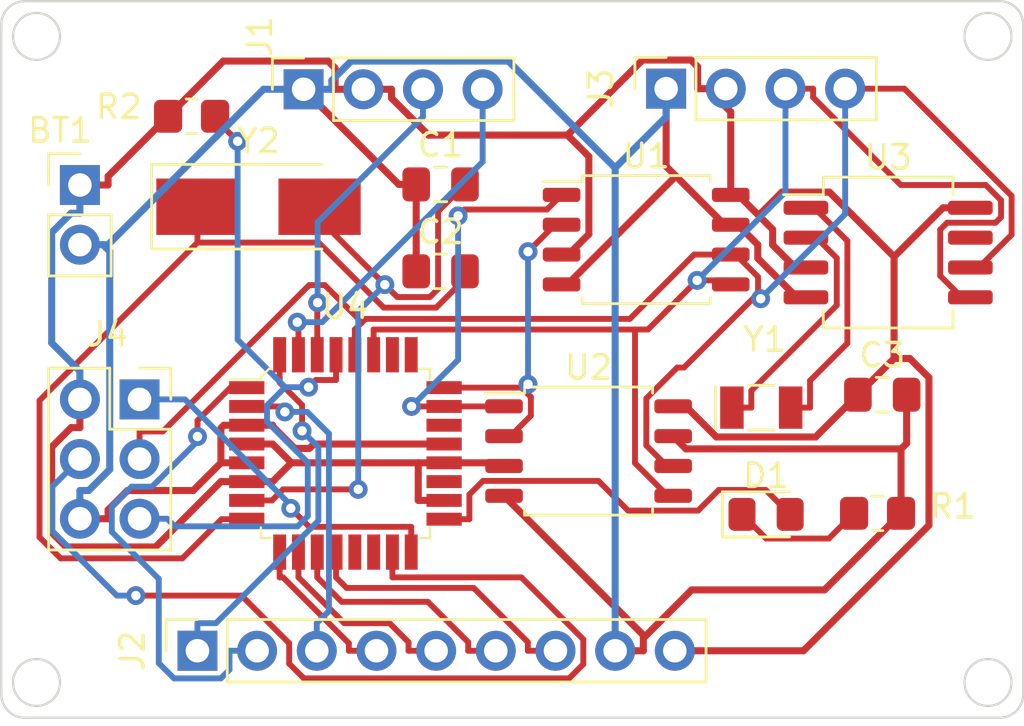
<source format=kicad_pcb>
(kicad_pcb (version 20211014) (generator pcbnew)
  (title_block (title "Arduino Battery Powered Clone with Extended EEPROM and Clock") (date "2022-06-04") (rev "v1") (comment 1 "Designed by Yogesh"))
  (layers (0 "F.Cu" signal) (31 "B.Cu" signal) (34 "B.Paste" user) (35 "F.Paste" user) (36 "B.SilkS" user "B.Silkscreen") (37 "F.SilkS" user "F.Silkscreen") (38 "B.Mask" user) (39 "F.Mask" user) (44 "Edge.Cuts" user))
  (net 0 "")
  (net 1 "/Vcc")
  (net 2 "GNDPWR")
  (net 3 "Net-(U4-Pad7)")
  (net 4 "Net-(U4-Pad8)")
  (net 5 "Net-(R1-Pad1)")
  (net 6 "Net-(U4-Pad17)")
  (net 7 "/RX")
  (net 8 "/TX")
  (net 9 "/D2")
  (net 10 "/D3")
  (net 11 "/D4")
  (net 12 "/D5")
  (net 13 "/D6")
  (net 14 "/D7")
  (net 15 "/D8")
  (net 16 "/SDA")
  (net 17 "/SCK")
  (net 18 "/MISO")
  (net 19 "/MOSI")
  (net 20 "/RESET")
  (net 21 "/ADRS1")
  (net 22 "/ADRS2")
  (net 23 "Net-(U3-Pad1)")
  (net 24 "Net-(U3-Pad2)")
  (footprint "Connector_PinSocket_2.54mm:PinSocket_1x04_P2.54mm_Vertical" (layer "F.Cu") (at 83.37 103.75 90)
    (fp_text reference "J1" (at 2.25 -1.87 90) (layer "F.SilkS"))
    (fp_text value "Serial")
    (pad "1" thru_hole rect (at 0 0 90) (size 1.7 1.7) (drill 1) (layers *.Cu *.Mask) (net 2 "GNDPWR"))
    (pad "2" thru_hole oval (at 0 2.54 90) (size 1.7 1.7) (drill 1) (layers *.Cu *.Mask) (net 1 "/Vcc"))
    (pad "3" thru_hole oval (at 0 5.08 90) (size 1.7 1.7) (drill 1) (layers *.Cu *.Mask) (net 7 "/RX"))
    (pad "4" thru_hole oval (at 0 7.62 90) (size 1.7 1.7) (drill 1) (layers *.Cu *.Mask) (net 8 "/TX"))
  )
  (footprint "Capacitor_SMD:C_0805_2012Metric_Pad1.18x1.45mm_HandSolder" (layer "F.Cu") (at 89.2 107.8)
    (fp_text reference "C1" (at 0 -1.68) (layer "F.SilkS"))
    (fp_text value "22pF")
    (pad "1" smd roundrect (at -1.0375 0) (size 1.175 1.45) (layers "F.Cu" "F.Paste" "F.Mask") (roundrect_rratio 0.212766) (net 2 "GNDPWR"))
    (pad "2" smd roundrect (at 1.0375 0) (size 1.175 1.45) (layers "F.Cu" "F.Paste" "F.Mask") (roundrect_rratio 0.212766) (net 3 "Net-(U4-Pad7)"))
  )
  (footprint "Package_SO:SOIC-8_5.23x5.23mm_P1.27mm" (layer "F.Cu") (at 95.5 119.15)
    (fp_text reference "U2" (at 0 -3.56) (layer "F.SilkS"))
    (fp_text value "24LC1025")
    (pad "1" smd roundrect (at -3.6 -1.905) (size 1.6 0.6) (layers "F.Cu" "F.Paste" "F.Mask") (net 21 "/ADRS1"))
    (pad "2" smd roundrect (at -3.6 -0.635) (size 1.6 0.6) (layers "F.Cu" "F.Paste" "F.Mask") (net 22 "/ADRS2"))
    (pad "3" smd roundrect (at -3.6 0.635) (size 1.6 0.6) (layers "F.Cu" "F.Paste" "F.Mask") (net 1 "/Vcc"))
    (pad "4" smd roundrect (at -3.6 1.905) (size 1.6 0.6) (layers "F.Cu" "F.Paste" "F.Mask") (net 2 "GNDPWR"))
    (pad "5" smd roundrect (at 3.6 1.905) (size 1.6 0.6) (layers "F.Cu" "F.Paste" "F.Mask") (net 16 "/SDA"))
    (pad "6" smd roundrect (at 3.6 0.635) (size 1.6 0.6) (layers "F.Cu" "F.Paste" "F.Mask") (net 17 "/SCK"))
    (pad "7" smd roundrect (at 3.6 -0.635) (size 1.6 0.6) (layers "F.Cu" "F.Paste" "F.Mask") (net 2 "GNDPWR"))
    (pad "8" smd roundrect (at 3.6 -1.905) (size 1.6 0.6) (layers "F.Cu" "F.Paste" "F.Mask") (net 1 "/Vcc"))
  )
  (footprint "Crystal:Crystal_SMD_5032-2Pin_5.0x3.2mm_HandSoldering" (layer "F.Cu") (at 81.45 108.75)
    (fp_text reference "Y2" (at 0 -2.8) (layer "F.SilkS"))
    (fp_text value "Crystal 16MHz")
    (pad "1" smd rect (at -2.6 0) (size 3.5 2.4) (layers "F.Cu" "F.Paste" "F.Mask") (net 4 "Net-(U4-Pad8)"))
    (pad "2" smd rect (at 2.6 0) (size 3.5 2.4) (layers "F.Cu" "F.Paste" "F.Mask") (net 3 "Net-(U4-Pad7)"))
  )
  (footprint "Package_SO:SO-8_5.3x6.2mm_P1.27mm" (layer "F.Cu") (at 108.25 110.7)
    (fp_text reference "U3" (at 0 -4.05) (layer "F.SilkS"))
    (fp_text value "DS1337")
    (pad "1" smd roundrect (at -3.5 -1.905) (size 1.9 0.6) (layers "F.Cu" "F.Paste" "F.Mask") (net 23 "Net-(U3-Pad1)"))
    (pad "2" smd roundrect (at -3.5 -0.635) (size 1.9 0.6) (layers "F.Cu" "F.Paste" "F.Mask") (net 24 "Net-(U3-Pad2)"))
    (pad "3" smd roundrect (at -3.5 0.635) (size 1.9 0.6) (layers "F.Cu" "F.Paste" "F.Mask") (net 1 "/Vcc"))
    (pad "4" smd roundrect (at -3.5 1.905) (size 1.9 0.6) (layers "F.Cu" "F.Paste" "F.Mask") (net 2 "GNDPWR"))
    (pad "5" smd roundrect (at 3.5 1.905) (size 1.9 0.6) (layers "F.Cu" "F.Paste" "F.Mask") (net 16 "/SDA"))
    (pad "6" smd roundrect (at 3.5 0.635) (size 1.9 0.6) (layers "F.Cu" "F.Paste" "F.Mask") (net 17 "/SCK"))
    (pad "7" smd roundrect (at 3.5 -0.635) (size 1.9 0.6) (layers "F.Cu" "F.Paste" "F.Mask"))
    (pad "8" smd roundrect (at 3.5 -1.905) (size 1.9 0.6) (layers "F.Cu" "F.Paste" "F.Mask") (net 1 "/Vcc"))
  )
  (footprint "Connector_PinSocket_2.54mm:PinSocket_2x03_P2.54mm_Vertical" (layer "F.Cu") (at 76.3869 116.95)
    (fp_text reference "J4" (at -1.35 -2.77) (layer "F.SilkS"))
    (fp_text value "ICSP")
    (pad "1" thru_hole rect (at 0 0) (size 1.7 1.7) (drill 1) (layers *.Cu *.Mask) (net 18 "/MISO"))
    (pad "2" thru_hole oval (at -2.54 0) (size 1.7 1.7) (drill 1) (layers *.Cu *.Mask) (net 1 "/Vcc"))
    (pad "3" thru_hole oval (at 0 2.54) (size 1.7 1.7) (drill 1) (layers *.Cu *.Mask) (net 17 "/SCK"))
    (pad "4" thru_hole oval (at -2.54 2.54) (size 1.7 1.7) (drill 1) (layers *.Cu *.Mask) (net 19 "/MOSI"))
    (pad "5" thru_hole oval (at 0 5.08) (size 1.7 1.7) (drill 1) (layers *.Cu *.Mask) (net 20 "/RESET"))
    (pad "6" thru_hole oval (at -2.54 5.08) (size 1.7 1.7) (drill 1) (layers *.Cu *.Mask) (net 2 "GNDPWR"))
  )
  (footprint "Capacitor_SMD:C_0805_2012Metric_Pad1.18x1.45mm_HandSolder" (layer "F.Cu") (at 89.2 111.5)
    (fp_text reference "C2" (at 0 -1.68) (layer "F.SilkS"))
    (fp_text value "22pF")
    (pad "1" smd roundrect (at -1.0375 0) (size 1.175 1.45) (layers "F.Cu" "F.Paste" "F.Mask") (roundrect_rratio 0.212766) (net 2 "GNDPWR"))
    (pad "2" smd roundrect (at 1.0375 0) (size 1.175 1.45) (layers "F.Cu" "F.Paste" "F.Mask") (roundrect_rratio 0.212766) (net 4 "Net-(U4-Pad8)"))
  )
  (footprint "Package_SO:SOIC-8_5.23x5.23mm_P1.27mm" (layer "F.Cu") (at 97.95 110.15)
    (fp_text reference "U1" (at 0 -3.56) (layer "F.SilkS"))
    (fp_text value "24LC1025")
    (pad "1" smd roundrect (at -3.6 -1.905) (size 1.6 0.6) (layers "F.Cu" "F.Paste" "F.Mask") (net 21 "/ADRS1"))
    (pad "2" smd roundrect (at -3.6 -0.635) (size 1.6 0.6) (layers "F.Cu" "F.Paste" "F.Mask") (net 22 "/ADRS2"))
    (pad "3" smd roundrect (at -3.6 0.635) (size 1.6 0.6) (layers "F.Cu" "F.Paste" "F.Mask") (net 1 "/Vcc"))
    (pad "4" smd roundrect (at -3.6 1.905) (size 1.6 0.6) (layers "F.Cu" "F.Paste" "F.Mask") (net 2 "GNDPWR"))
    (pad "5" smd roundrect (at 3.6 1.905) (size 1.6 0.6) (layers "F.Cu" "F.Paste" "F.Mask") (net 16 "/SDA"))
    (pad "6" smd roundrect (at 3.6 0.635) (size 1.6 0.6) (layers "F.Cu" "F.Paste" "F.Mask") (net 17 "/SCK"))
    (pad "7" smd roundrect (at 3.6 -0.635) (size 1.6 0.6) (layers "F.Cu" "F.Paste" "F.Mask") (net 2 "GNDPWR"))
    (pad "8" smd roundrect (at 3.6 -1.905) (size 1.6 0.6) (layers "F.Cu" "F.Paste" "F.Mask") (net 1 "/Vcc"))
  )
  (footprint "LED_SMD:LED_0805_2012Metric_Pad1.15x1.40mm_HandSolder" (layer "F.Cu") (at 103.055 121.845)
    (fp_text reference "D1" (at 0 -1.65) (layer "F.SilkS"))
    (fp_text value "LED")
    (pad "1" smd roundrect (at -1.025 0) (size 1.15 1.4) (layers "F.Cu" "F.Paste" "F.Mask") (roundrect_rratio 0.217391) (net 5 "Net-(R1-Pad1)"))
    (pad "2" smd roundrect (at 1.025 0) (size 1.15 1.4) (layers "F.Cu" "F.Paste" "F.Mask") (roundrect_rratio 0.217391) (net 6 "Net-(U4-Pad17)"))
  )
  (footprint "Connector_PinHeader_2.54mm:PinHeader_1x02_P2.54mm_Vertical" (layer "F.Cu") (at 73.8469 107.825)
    (fp_text reference "BT1" (at -0.8469 -2.325) (layer "F.SilkS"))
    (fp_text value "Battery 3V")
    (pad "1" thru_hole rect (at 0 0) (size 1.7 1.7) (drill 1) (layers *.Cu *.Mask) (net 1 "/Vcc"))
    (pad "2" thru_hole oval (at 0 2.54) (size 1.7 1.7) (drill 1) (layers *.Cu *.Mask) (net 2 "GNDPWR"))
  )
  (footprint "Capacitor_SMD:C_0805_2012Metric_Pad1.18x1.45mm_HandSolder" (layer "F.Cu") (at 108 116.75)
    (fp_text reference "C3" (at 0 -1.68) (layer "F.SilkS"))
    (fp_text value "10uF")
    (pad "1" smd roundrect (at -1.0375 0) (size 1.175 1.45) (layers "F.Cu" "F.Paste" "F.Mask") (roundrect_rratio 0.212766) (net 1 "/Vcc"))
    (pad "2" smd roundrect (at 1.0375 0) (size 1.175 1.45) (layers "F.Cu" "F.Paste" "F.Mask") (roundrect_rratio 0.212766) (net 2 "GNDPWR"))
  )
  (footprint "Connector_PinSocket_2.54mm:PinSocket_1x09_P2.54mm_Vertical" (layer "F.Cu") (at 78.85 127.65 90)
    (fp_text reference "J2" (at 0 -2.77 90) (layer "F.SilkS"))
    (fp_text value "Digital Pins")
    (pad "1" thru_hole rect (at 0 0 90) (size 1.7 1.7) (drill 1) (layers *.Cu *.Mask) (net 9 "/D2"))
    (pad "2" thru_hole oval (at 0 2.54 90) (size 1.7 1.7) (drill 1) (layers *.Cu *.Mask) (net 10 "/D3"))
    (pad "3" thru_hole oval (at 0 5.08 90) (size 1.7 1.7) (drill 1) (layers *.Cu *.Mask) (net 11 "/D4"))
    (pad "4" thru_hole oval (at 0 7.62 90) (size 1.7 1.7) (drill 1) (layers *.Cu *.Mask) (net 12 "/D5"))
    (pad "5" thru_hole oval (at 0 10.16 90) (size 1.7 1.7) (drill 1) (layers *.Cu *.Mask) (net 13 "/D6"))
    (pad "6" thru_hole oval (at 0 12.7 90) (size 1.7 1.7) (drill 1) (layers *.Cu *.Mask) (net 14 "/D7"))
    (pad "7" thru_hole oval (at 0 15.24 90) (size 1.7 1.7) (drill 1) (layers *.Cu *.Mask) (net 15 "/D8"))
    (pad "8" thru_hole oval (at 0 17.78 90) (size 1.7 1.7) (drill 1) (layers *.Cu *.Mask) (net 2 "GNDPWR"))
    (pad "9" thru_hole oval (at 0 20.32 90) (size 1.7 1.7) (drill 1) (layers *.Cu *.Mask) (net 1 "/Vcc"))
  )
  (footprint "Crystal:Crystal_SMD_MicroCrystal_CC7V-T1A-2Pin_3.2x1.5mm" (layer "F.Cu") (at 102.85 117.3)
    (fp_text reference "Y1" (at 0.15 -2.9) (layer "F.SilkS"))
    (fp_text value "Crystal 32MHz")
    (pad "1" smd rect (at -1.25 0) (size 1 1.8) (layers "F.Cu" "F.Paste" "F.Mask") (net 24 "Net-(U3-Pad2)"))
    (pad "2" smd rect (at 1.25 0) (size 1 1.8) (layers "F.Cu" "F.Paste" "F.Mask") (net 23 "Net-(U3-Pad1)"))
  )
  (footprint "Resistor_SMD:R_0805_2012Metric_Pad1.20x1.40mm_HandSolder" (layer "F.Cu") (at 78.6 104.9 180)
    (fp_text reference "R2" (at 3.1 0.4) (layer "F.SilkS"))
    (fp_text value "10KOhm")
    (pad "1" smd roundrect (at -1 0 180) (size 1.2 1.4) (layers "F.Cu" "F.Paste" "F.Mask") (roundrect_rratio 0.208333) (net 20 "/RESET"))
    (pad "2" smd roundrect (at 1 0 180) (size 1.2 1.4) (layers "F.Cu" "F.Paste" "F.Mask") (roundrect_rratio 0.208333) (net 1 "/Vcc"))
  )
  (footprint "Connector_PinSocket_2.54mm:PinSocket_1x04_P2.54mm_Vertical" (layer "F.Cu") (at 98.8 103.725 90)
    (fp_text reference "J3" (at 0 -2.77 90) (layer "F.SilkS"))
    (fp_text value "I2C")
    (pad "1" thru_hole rect (at 0 0 90) (size 1.7 1.7) (drill 1) (layers *.Cu *.Mask) (net 2 "GNDPWR"))
    (pad "2" thru_hole oval (at 0 2.54 90) (size 1.7 1.7) (drill 1) (layers *.Cu *.Mask) (net 1 "/Vcc"))
    (pad "3" thru_hole oval (at 0 5.08 90) (size 1.7 1.7) (drill 1) (layers *.Cu *.Mask) (net 16 "/SDA"))
    (pad "4" thru_hole oval (at 0 7.62 90) (size 1.7 1.7) (drill 1) (layers *.Cu *.Mask) (net 17 "/SCK"))
  )
  (footprint "digikey-footprints:TQFP-32_7x7mm" (layer "F.Cu") (at 85.15 119.25)
    (fp_text reference "U4" (at 0 -6.25) (layer "F.SilkS"))
    (fp_text value "ATMEGA328P-AU")
    (pad "1" smd rect locked (at -4.2 -2.8) (size 1.5 0.55) (layers "F.Cu" "F.Paste" "F.Mask") (net 10 "/D3"))
    (pad "2" smd rect locked (at -4.2 -2) (size 1.5 0.55) (layers "F.Cu" "F.Paste" "F.Mask") (net 11 "/D4"))
    (pad "3" smd rect locked (at -4.2 -1.2) (size 1.5 0.55) (layers "F.Cu" "F.Paste" "F.Mask") (net 2 "GNDPWR"))
    (pad "4" smd rect locked (at -4.2 -0.4) (size 1.5 0.55) (layers "F.Cu" "F.Paste" "F.Mask") (net 1 "/Vcc"))
    (pad "5" smd rect locked (at -4.2 0.4) (size 1.5 0.55) (layers "F.Cu" "F.Paste" "F.Mask") (net 2 "GNDPWR"))
    (pad "6" smd rect locked (at -4.2 1.2) (size 1.5 0.55) (layers "F.Cu" "F.Paste" "F.Mask") (net 1 "/Vcc"))
    (pad "7" smd rect locked (at -4.2 2) (size 1.5 0.55) (layers "F.Cu" "F.Paste" "F.Mask") (net 3 "Net-(U4-Pad7)"))
    (pad "8" smd rect locked (at -4.2 2.8) (size 1.5 0.55) (layers "F.Cu" "F.Paste" "F.Mask") (net 4 "Net-(U4-Pad8)"))
    (pad "9" smd rect locked (at -2.8 4.2) (size 0.55 1.5) (layers "F.Cu" "F.Paste" "F.Mask") (net 12 "/D5"))
    (pad "10" smd rect locked (at -2 4.2) (size 0.55 1.5) (layers "F.Cu" "F.Paste" "F.Mask") (net 13 "/D6"))
    (pad "11" smd rect locked (at -1.2 4.2) (size 0.55 1.5) (layers "F.Cu" "F.Paste" "F.Mask") (net 14 "/D7"))
    (pad "12" smd rect locked (at -0.4 4.2) (size 0.55 1.5) (layers "F.Cu" "F.Paste" "F.Mask") (net 15 "/D8"))
    (pad "13" smd rect locked (at 0.4 4.2) (size 0.55 1.5) (layers "F.Cu" "F.Paste" "F.Mask"))
    (pad "14" smd rect locked (at 1.2 4.2) (size 0.55 1.5) (layers "F.Cu" "F.Paste" "F.Mask"))
    (pad "15" smd rect locked (at 2 4.2) (size 0.55 1.5) (layers "F.Cu" "F.Paste" "F.Mask") (net 19 "/MOSI"))
    (pad "16" smd rect locked (at 2.8 4.2) (size 0.55 1.5) (layers "F.Cu" "F.Paste" "F.Mask") (net 18 "/MISO"))
    (pad "17" smd rect locked (at 4.2 2.8) (size 1.5 0.55) (layers "F.Cu" "F.Paste" "F.Mask") (net 6 "Net-(U4-Pad17)"))
    (pad "18" smd rect locked (at 4.2 2) (size 1.5 0.55) (layers "F.Cu" "F.Paste" "F.Mask") (net 1 "/Vcc"))
    (pad "19" smd rect locked (at 4.2 1.2) (size 1.5 0.55) (layers "F.Cu" "F.Paste" "F.Mask"))
    (pad "20" smd rect locked (at 4.2 0.4) (size 1.5 0.55) (layers "F.Cu" "F.Paste" "F.Mask") (net 1 "/Vcc"))
    (pad "21" smd rect locked (at 4.2 -0.4) (size 1.5 0.55) (layers "F.Cu" "F.Paste" "F.Mask") (net 2 "GNDPWR"))
    (pad "22" smd rect locked (at 4.2 -1.2) (size 1.5 0.55) (layers "F.Cu" "F.Paste" "F.Mask"))
    (pad "23" smd rect locked (at 4.2 -2) (size 1.5 0.55) (layers "F.Cu" "F.Paste" "F.Mask") (net 21 "/ADRS1"))
    (pad "24" smd rect locked (at 4.2 -2.8) (size 1.5 0.55) (layers "F.Cu" "F.Paste" "F.Mask") (net 22 "/ADRS2"))
    (pad "25" smd rect locked (at 2.8 -4.2) (size 0.55 1.5) (layers "F.Cu" "F.Paste" "F.Mask"))
    (pad "26" smd rect locked (at 2 -4.2) (size 0.55 1.5) (layers "F.Cu" "F.Paste" "F.Mask"))
    (pad "27" smd rect locked (at 1.2 -4.2) (size 0.55 1.5) (layers "F.Cu" "F.Paste" "F.Mask") (net 16 "/SDA"))
    (pad "28" smd rect locked (at 0.4 -4.2) (size 0.55 1.5) (layers "F.Cu" "F.Paste" "F.Mask") (net 17 "/SCK"))
    (pad "29" smd rect locked (at -0.4 -4.2) (size 0.55 1.5) (layers "F.Cu" "F.Paste" "F.Mask") (net 20 "/RESET"))
    (pad "30" smd rect locked (at -1.2 -4.2) (size 0.55 1.5) (layers "F.Cu" "F.Paste" "F.Mask") (net 7 "/RX"))
    (pad "31" smd rect locked (at -2 -4.2) (size 0.55 1.5) (layers "F.Cu" "F.Paste" "F.Mask") (net 8 "/TX"))
    (pad "32" smd rect locked (at -2.8 -4.2) (size 0.55 1.5) (layers "F.Cu" "F.Paste" "F.Mask") (net 9 "/D2"))
  )
  (footprint "Resistor_SMD:R_0805_2012Metric_Pad1.20x1.40mm_HandSolder" (layer "F.Cu") (at 107.8 121.8)
    (fp_text reference "R1" (at 3.2 -0.3) (layer "F.SilkS"))
    (fp_text value "330Ohm")
    (pad "1" smd roundrect (at -1 0) (size 1.2 1.4) (layers "F.Cu" "F.Paste" "F.Mask") (roundrect_rratio 0.208333) (net 5 "Net-(R1-Pad1)"))
    (pad "2" smd roundrect (at 1 0) (size 1.2 1.4) (layers "F.Cu" "F.Paste" "F.Mask") (roundrect_rratio 0.208333) (net 2 "GNDPWR"))
  )
  (gr_line (start 114 101) (end 114 129.5) (layer "Edge.Cuts") (width 0.1))
  (gr_circle (center 72 101.5) (end 73 101.5) (layer "Edge.Cuts") (width 0.1) (fill none))
  (gr_line (start 70.5 101) (end 70.5 129.5) (layer "Edge.Cuts") (width 0.1))
  (gr_line (start 71.5 100) (end 113 100) (layer "Edge.Cuts") (width 0.1))
  (gr_circle (center 112.5 129) (end 113.5 129) (layer "Edge.Cuts") (width 0.1) (fill none))
  (gr_circle (center 112.5 101.5) (end 113.5 101.5) (layer "Edge.Cuts") (width 0.1) (fill none))
  (gr_arc (start 70.5 101) (mid 70.792893 100.292893) (end 71.5 100) (layer "Edge.Cuts") (width 0.1))
  (gr_arc (start 71.5 130.5) (mid 70.792893 130.207107) (end 70.5 129.5) (layer "Edge.Cuts") (width 0.1))
  (gr_circle (center 72 129) (end 73 129) (layer "Edge.Cuts") (width 0.1) (fill none))
  (gr_line (start 71.5 130.5) (end 113 130.5) (layer "Edge.Cuts") (width 0.1))
  (gr_arc (start 114 129.5) (mid 113.707107 130.207107) (end 113 130.5) (layer "Edge.Cuts") (width 0.1))
  (gr_arc (start 113 100) (mid 113.707107 100.292893) (end 114 101) (layer "Edge.Cuts") (width 0.1))
  (segment (start 105.1621 118.5504) (end 100.9405 118.5504) (width 0.3) (layer "F.Cu") (net 1))
  (segment (start 103.3331 110.3762) (end 104.2919 111.335) (width 0.3) (layer "F.Cu") (net 1))
  (segment (start 82.0503 120.45) (end 82.8503 119.65) (width 0.3) (layer "F.Cu") (net 1))
  (segment (start 73.2618 123.231) (end 72.6452 122.6144) (width 0.3) (layer "F.Cu") (net 1))
  (segment (start 99.6351 117.245) (end 99.1 117.245) (width 0.3) (layer "F.Cu") (net 1))
  (segment (start 95.5106 106.612) (end 94.5993 105.7007) (width 0.3) (layer "F.Cu") (net 1))
  (segment (start 109.1729 115.2098) (end 108.5027 115.2098) (width 0.3) (layer "F.Cu") (net 1))
  (segment (start 75.0472 107.4528) (end 77.6 104.9) (width 0.3) (layer "F.Cu") (net 1))
  (segment (start 100.1397 102.7883) (end 100.1397 103.725) (width 0.3) (layer "F.Cu") (net 1))
  (segment (start 106.9625 116.75) (end 105.1621 118.5504) (width 0.3) (layer "F.Cu") (net 1))
  (segment (start 102.7387 109.1196) (end 103.3331 109.714) (width 0.3) (layer "F.Cu") (net 1))
  (segment (start 91.765 119.65) (end 89.35 119.65) (width 0.3) (layer "F.Cu") (net 1))
  (segment (start 104.2919 111.335) (end 104.75 111.335) (width 0.3) (layer "F.Cu") (net 1))
  (segment (start 91.9 119.785) (end 91.765 119.65) (width 0.3) (layer "F.Cu") (net 1))
  (segment (start 80.95 120.45) (end 79.8497 120.45) (width 0.3) (layer "F.Cu") (net 1))
  (segment (start 103.3331 109.714) (end 103.3331 110.3762) (width 0.3) (layer "F.Cu") (net 1))
  (segment (start 100.5622 103.725) (end 100.1397 103.725) (width 0.3) (layer "F.Cu") (net 1))
  (segment (start 73.8469 107.825) (end 75.0472 107.825) (width 0.3) (layer "F.Cu") (net 1))
  (segment (start 89.35 119.65) (end 88.2497 119.65) (width 0.3) (layer "F.Cu") (net 1))
  (segment (start 80.95 118.85) (end 82.0503 118.85) (width 0.3) (layer "F.Cu") (net 1))
  (segment (start 109.9876 116.0245) (end 109.1729 115.2098) (width 0.3) (layer "F.Cu") (net 1))
  (segment (start 94.5993 105.7007) (end 97.7946 102.5054) (width 0.3) (layer "F.Cu") (net 1))
  (segment (start 73.4738 118.1503) (end 73.8469 118.1503) (width 0.3) (layer "F.Cu") (net 1))
  (segment (start 88.2497 119.65) (end 82.8503 119.65) (width 0.3) (layer "F.Cu") (net 1))
  (segment (start 77.0687 123.231) (end 73.2618 123.231) (width 0.3) (layer "F.Cu") (net 1))
  (segment (start 84.4095 102.5496) (end 79.9504 102.5496) (width 0.3) (layer "F.Cu") (net 1))
  (segment (start 85.91 103.75) (end 87.1103 103.75) (width 0.3) (layer "F.Cu") (net 1))
  (segment (start 87.1103 104.1251) (end 87.1103 103.75) (width 0.3) (layer "F.Cu") (net 1))
  (segment (start 109.9876 122.3082) (end 109.9876 116.0245) (width 0.3) (layer "F.Cu") (net 1))
  (segment (start 89.35 121.25) (end 88.2497 121.25) (width 0.3) (layer "F.Cu") (net 1))
  (segment (start 79.8497 120.45) (end 77.0687 123.231) (width 0.3) (layer "F.Cu") (net 1))
  (segment (start 84.7097 102.8498) (end 84.4095 102.5496) (width 0.3) (layer "F.Cu") (net 1))
  (segment (start 94.35 110.785) (end 94.6455 110.785) (width 0.3) (layer "F.Cu") (net 1))
  (segment (start 85.91 103.75) (end 84.7097 103.75) (width 0.3) (layer "F.Cu") (net 1))
  (segment (start 101.34 103.725) (end 100.5622 103.725) (width 0.3) (layer "F.Cu") (net 1))
  (segment (start 108.5027 115.2098) (end 106.9625 116.75) (width 0.3) (layer "F.Cu") (net 1))
  (segment (start 99.8568 102.5054) (end 100.1397 102.7883) (width 0.3) (layer "F.Cu") (net 1))
  (segment (start 75.0472 107.825) (end 75.0472 107.4528) (width 0.3) (layer "F.Cu") (net 1))
  (segment (start 101.8641 108.245) (end 102.7387 109.1196) (width 0.3) (layer "F.Cu") (net 1))
  (segment (start 72.6452 122.6144) (end 72.6452 118.9789) (width 0.3) (layer "F.Cu") (net 1))
  (segment (start 72.6452 118.9789) (end 73.4738 118.1503) (width 0.3) (layer "F.Cu") (net 1))
  (segment (start 110.5862 108.795) (end 108.5027 110.8785) (width 0.3) (layer "F.Cu") (net 1))
  (segment (start 101.55 108.245) (end 101.8641 108.245) (width 0.3) (layer "F.Cu") (net 1))
  (segment (start 104.6458 127.65) (end 109.9876 122.3082) (width 0.3) (layer "F.Cu") (net 1))
  (segment (start 100.5622 103.725) (end 101.55 104.7128) (width 0.3) (layer "F.Cu") (net 1))
  (segment (start 100.9405 118.5504) (end 99.6351 117.245) (width 0.3) (layer "F.Cu") (net 1))
  (segment (start 111.75 108.795) (end 110.5862 108.795) (width 0.3) (layer "F.Cu") (net 1))
  (segment (start 95.5106 109.9199) (end 95.5106 106.612) (width 0.3) (layer "F.Cu") (net 1))
  (segment (start 94.5993 105.7007) (end 88.6859 105.7007) (width 0.3) (layer "F.Cu") (net 1))
  (segment (start 108.5027 110.8785) (end 108.5027 115.2098) (width 0.3) (layer "F.Cu") (net 1))
  (segment (start 84.7097 103.75) (end 84.7097 102.8498) (width 0.3) (layer "F.Cu") (net 1))
  (segment (start 80.95 120.45) (end 82.0503 120.45) (width 0.3) (layer "F.Cu") (net 1))
  (segment (start 88.2497 119.65) (end 88.2497 121.25) (width 0.3) (layer "F.Cu") (net 1))
  (segment (start 97.7946 102.5054) (end 99.8568 102.5054) (width 0.3) (layer "F.Cu") (net 1))
  (segment (start 82.8503 119.65) (end 82.0503 118.85) (width 0.3) (layer "F.Cu") (net 1))
  (segment (start 99.17 127.65) (end 104.6458 127.65) (width 0.3) (layer "F.Cu") (net 1))
  (segment (start 88.6859 105.7007) (end 87.1103 104.1251) (width 0.3) (layer "F.Cu") (net 1))
  (segment (start 103.7304 108.1279) (end 102.7387 109.1196) (width 0.3) (layer "F.Cu") (net 1))
  (segment (start 101.55 104.7128) (end 101.55 108.245) (width 0.3) (layer "F.Cu") (net 1))
  (segment (start 94.6455 110.785) (end 95.5106 109.9199) (width 0.3) (layer "F.Cu") (net 1))
  (segment (start 105.7521 108.1279) (end 103.7304 108.1279) (width 0.3) (layer "F.Cu") (net 1))
  (segment (start 73.8469 116.95) (end 73.8469 118.1503) (width 0.3) (layer "F.Cu") (net 1))
  (segment (start 79.9504 102.5496) (end 77.6 104.9) (width 0.3) (layer "F.Cu") (net 1))
  (segment (start 108.5027 110.8785) (end 105.7521 108.1279) (width 0.3) (layer "F.Cu") (net 1))
  (segment (start 73.8469 115.7497) (end 72.6466 114.5494) (width 0.3) (layer "B.Cu") (net 1))
  (segment (start 73.8469 116.95) (end 73.8469 115.7497) (width 0.3) (layer "B.Cu") (net 1))
  (segment (start 72.6466 109.8504) (end 73.4717 109.0253) (width 0.3) (layer "B.Cu") (net 1))
  (segment (start 73.8469 107.825) (end 73.8469 109.0253) (width 0.3) (layer "B.Cu") (net 1))
  (segment (start 72.6466 114.5494) (end 72.6466 109.8504) (width 0.3) (layer "B.Cu") (net 1))
  (segment (start 73.4717 109.0253) (end 73.8469 109.0253) (width 0.3) (layer "B.Cu") (net 1))
  (segment (start 97.8303 127.1146) (end 97.895 127.0499) (width 0.3) (layer "F.Cu") (net 2))
  (segment (start 83.8042 118.85) (end 89.35 118.85) (width 0.3) (layer "F.Cu") (net 2))
  (segment (start 102.701 110.9446) (end 104.3614 112.605) (width 0.3) (layer "F.Cu") (net 2))
  (segment (start 108.8 119.0566) (end 108.8 121.8) (width 0.3) (layer "F.Cu") (net 2))
  (segment (start 75.8723 120.8297) (end 78.67 120.8297) (width 0.3) (layer "F.Cu") (net 2))
  (segment (start 83.6152 119.039) (end 83.8042 118.85) (width 0.3) (layer "F.Cu") (net 2))
  (segment (start 79.8497 119.65) (end 79.8497 118.1751) (width 0.3) (layer "F.Cu") (net 2))
  (segment (start 97.895 127.0499) (end 91.9 121.055) (width 0.3) (layer "F.Cu") (net 2))
  (segment (start 102.701 110.3666) (end 102.701 110.9446) (width 0.3) (layer "F.Cu") (net 2))
  (segment (start 94.6035 112.055) (end 94.35 112.055) (width 0.3) (layer "F.Cu") (net 2))
  (segment (start 97.8303 127.65) (end 97.8303 127.1146) (width 0.3) (layer "F.Cu") (net 2))
  (segment (start 97.895 127.0499) (end 99.8858 125.0591) (width 0.3) (layer "F.Cu") (net 2))
  (segment (start 104.3614 112.605) (end 104.75 112.605) (width 0.3) (layer "F.Cu") (net 2))
  (segment (start 82.0503 118.05) (end 82.0503 118.0956) (width 0.3) (layer "F.Cu") (net 2))
  (segment (start 83.37 103.75) (end 87.42 107.8) (width 0.3) (layer "F.Cu") (net 2))
  (segment (start 101.8494 109.515) (end 102.701 110.3666) (width 0.3) (layer "F.Cu") (net 2))
  (segment (start 109.0375 118.8191) (end 108.8 119.0566) (width 0.3) (layer "F.Cu") (net 2))
  (segment (start 108.8 119.0566) (end 99.6416 119.0566) (width 0.3) (layer "F.Cu") (net 2))
  (segment (start 99.8858 125.0591) (end 105.5409 125.0591) (width 0.3) (layer "F.Cu") (net 2))
  (segment (start 101.55 109.515) (end 101.8494 109.515) (width 0.3) (layer "F.Cu") (net 2))
  (segment (start 82.9937 119.039) (end 83.6152 119.039) (width 0.3) (layer "F.Cu") (net 2))
  (segment (start 99.2133 107.4452) (end 101.2831 109.515) (width 0.3) (layer "F.Cu") (net 2))
  (segment (start 80.95 119.65) (end 79.8497 119.65) (width 0.3) (layer "F.Cu") (net 2))
  (segment (start 75.0472 121.6548) (end 75.8723 120.8297) (width 0.3) (layer "F.Cu") (net 2))
  (segment (start 79.8497 118.1751) (end 79.9748 118.05) (width 0.3) (layer "F.Cu") (net 2))
  (segment (start 98.8 107.0319) (end 99.2133 107.4452) (width 0.3) (layer "F.Cu") (net 2))
  (segment (start 78.67 120.8297) (end 79.8497 119.65) (width 0.3) (layer "F.Cu") (net 2))
  (segment (start 99.6416 119.0566) (end 99.1 118.515) (width 0.3) (layer "F.Cu") (net 2))
  (segment (start 80.95 118.05) (end 79.9748 118.05) (width 0.3) (layer "F.Cu") (net 2))
  (segment (start 87.42 107.8) (end 88.1625 107.8) (width 0.3) (layer "F.Cu") (net 2))
  (segment (start 73.8469 122.03) (end 75.0472 122.03) (width 0.3) (layer "F.Cu") (net 2))
  (segment (start 98.8 103.725) (end 98.8 107.0319) (width 0.3) (layer "F.Cu") (net 2))
  (segment (start 99.2133 107.4452) (end 94.6035 112.055) (width 0.3) (layer "F.Cu") (net 2))
  (segment (start 88.1625 111.5) (end 88.1625 107.8) (width 0.3) (layer "F.Cu") (net 2))
  (segment (start 101.2831 109.515) (end 101.55 109.515) (width 0.3) (layer "F.Cu") (net 2))
  (segment (start 105.5409 125.0591) (end 108.8 121.8) (width 0.3) (layer "F.Cu") (net 2))
  (segment (start 82.0503 118.0956) (end 82.9937 119.039) (width 0.3) (layer "F.Cu") (net 2))
  (segment (start 96.63 127.65) (end 97.8303 127.65) (width 0.3) (layer "F.Cu") (net 2))
  (segment (start 75.0472 122.03) (end 75.0472 121.6548) (width 0.3) (layer "F.Cu") (net 2))
  (segment (start 80.95 118.05) (end 82.0503 118.05) (width 0.3) (layer "F.Cu") (net 2))
  (segment (start 109.0375 116.75) (end 109.0375 118.8191) (width 0.3) (layer "F.Cu") (net 2))
  (segment (start 96.63 107.0953) (end 98.8 104.9253) (width 0.3) (layer "B.Cu") (net 2))
  (segment (start 73.8469 110.365) (end 74.8325 110.365) (width 0.3) (layer "B.Cu") (net 2))
  (segment (start 73.8469 122.03) (end 73.8469 120.8297) (width 0.3) (layer "B.Cu") (net 2))
  (segment (start 83.37 103.75) (end 84.5703 103.75) (width 0.3) (layer "B.Cu") (net 2))
  (segment (start 96.63 107.0953) (end 92.0844 102.5497) (width 0.3) (layer "B.Cu") (net 2))
  (segment (start 73.8469 120.8297) (end 74.222 120.8297) (width 0.3) (layer "B.Cu") (net 2))
  (segment (start 81.6622 103.75) (end 75.0472 110.365) (width 0.3) (layer "B.Cu") (net 2))
  (segment (start 75.1169 119.9348) (end 75.1169 110.6494) (width 0.3) (layer "B.Cu") (net 2))
  (segment (start 96.63 127.65) (end 96.63 107.0953) (width 0.3) (layer "B.Cu") (net 2))
  (segment (start 83.37 103.75) (end 81.6622 103.75) (width 0.3) (layer "B.Cu") (net 2))
  (segment (start 92.0844 102.5497) (end 85.3954 102.5497) (width 0.3) (layer "B.Cu") (net 2))
  (segment (start 84.5703 103.3748) (end 84.5703 103.75) (width 0.3) (layer "B.Cu") (net 2))
  (segment (start 74.8325 110.365) (end 75.0472 110.365) (width 0.3) (layer "B.Cu") (net 2))
  (segment (start 85.3954 102.5497) (end 84.5703 103.3748) (width 0.3) (layer "B.Cu") (net 2))
  (segment (start 75.1169 110.6494) (end 74.8325 110.365) (width 0.3) (layer "B.Cu") (net 2))
  (segment (start 98.8 103.725) (end 98.8 104.9253) (width 0.3) (layer "B.Cu") (net 2))
  (segment (start 74.222 120.8297) (end 75.1169 119.9348) (width 0.3) (layer "B.Cu") (net 2))
  (segment (start 87.3545 112.5939) (end 88.7457 112.5939) (width 0.25) (layer "F.Cu") (net 3))
  (segment (start 85.694 120.7803) (end 85.694 120.7802) (width 0.25) (layer "F.Cu") (net 3))
  (segment (start 86.8267 112.0661) (end 87.3545 112.5939) (width 0.25) (layer "F.Cu") (net 3))
  (segment (start 89.0931 108.9444) (end 90.2375 107.8) (width 0.25) (layer "F.Cu") (net 3))
  (segment (start 84.05 108.75) (end 84.05 109.2894) (width 0.25) (layer "F.Cu") (net 3))
  (segment (start 82.495 120.7803) (end 85.694 120.7803) (width 0.25) (layer "F.Cu") (net 3))
  (segment (start 88.7457 112.5939) (end 89.0931 112.2465) (width 0.25) (layer "F.Cu") (net 3))
  (segment (start 84.05 109.2894) (end 86.8267 112.0661) (width 0.25) (layer "F.Cu") (net 3))
  (segment (start 82.0253 121.25) (end 82.495 120.7803) (width 0.25) (layer "F.Cu") (net 3))
  (segment (start 80.95 121.25) (end 82.0253 121.25) (width 0.25) (layer "F.Cu") (net 3))
  (segment (start 89.0931 112.2465) (end 89.0931 108.9444) (width 0.25) (layer "F.Cu") (net 3))
  (via (at 86.8267 112.0661) (size 0.8) (drill 0.4) (layers "F.Cu" "B.Cu") (net 3))
  (via (at 85.694 120.7802) (size 0.8) (drill 0.4) (layers "F.Cu" "B.Cu") (net 3))
  (segment (start 85.694 113.1988) (end 85.694 120.7802) (width 0.25) (layer "B.Cu") (net 3))
  (segment (start 86.8267 112.0661) (end 85.694 113.1988) (width 0.25) (layer "B.Cu") (net 3))
  (segment (start 79.8747 122.05) (end 78.2098 123.7149) (width 0.25) (layer "F.Cu") (net 4))
  (segment (start 72.1295 122.8187) (end 72.1295 116.9959) (width 0.25) (layer "F.Cu") (net 4))
  (segment (start 89.0117 113.0442) (end 90.2375 111.8184) (width 0.25) (layer "F.Cu") (net 4))
  (segment (start 78.85 108.75) (end 78.85 110.2753) (width 0.25) (layer "F.Cu") (net 4))
  (segment (start 86.7791 113.0442) (end 89.0117 113.0442) (width 0.25) (layer "F.Cu") (net 4))
  (segment (start 73.0257 123.7149) (end 72.1295 122.8187) (width 0.25) (layer "F.Cu") (net 4))
  (segment (start 78.85 110.2754) (end 84.0103 110.2754) (width 0.25) (layer "F.Cu") (net 4))
  (segment (start 78.2098 123.7149) (end 73.0257 123.7149) (width 0.25) (layer "F.Cu") (net 4))
  (segment (start 80.95 122.05) (end 79.8747 122.05) (width 0.25) (layer "F.Cu") (net 4))
  (segment (start 78.85 110.2753) (end 78.85 110.2754) (width 0.25) (layer "F.Cu") (net 4))
  (segment (start 90.2375 111.8184) (end 90.2375 111.5) (width 0.25) (layer "F.Cu") (net 4))
  (segment (start 72.1295 116.9959) (end 78.85 110.2754) (width 0.25) (layer "F.Cu") (net 4))
  (segment (start 84.0103 110.2754) (end 86.7791 113.0442) (width 0.25) (layer "F.Cu") (net 4))
  (segment (start 106.8 121.8) (end 105.727 122.873) (width 0.25) (layer "F.Cu") (net 5))
  (segment (start 103.058 122.873) (end 102.03 121.845) (width 0.25) (layer "F.Cu") (net 5))
  (segment (start 105.727 122.873) (end 103.058 122.873) (width 0.25) (layer "F.Cu") (net 5))
  (segment (start 103.0407 120.8057) (end 104.08 121.845) (width 0.25) (layer "F.Cu") (net 6))
  (segment (start 101.0374 120.8057) (end 103.0407 120.8057) (width 0.25) (layer "F.Cu") (net 6))
  (segment (start 89.35 122.05) (end 90.4253 122.05) (width 0.25) (layer "F.Cu") (net 6))
  (segment (start 91.0043 120.42) (end 95.919 120.42) (width 0.25) (layer "F.Cu") (net 6))
  (segment (start 90.4253 122.05) (end 90.4253 120.999) (width 0.25) (layer "F.Cu") (net 6))
  (segment (start 95.919 120.42) (end 97.1831 121.6841) (width 0.25) (layer "F.Cu") (net 6))
  (segment (start 97.1831 121.6841) (end 100.159 121.6841) (width 0.25) (layer "F.Cu") (net 6))
  (segment (start 100.159 121.6841) (end 101.0374 120.8057) (width 0.25) (layer "F.Cu") (net 6))
  (segment (start 90.4253 120.999) (end 91.0043 120.42) (width 0.25) (layer "F.Cu") (net 6))
  (segment (start 83.95 115.05) (end 83.95 112.8502) (width 0.25) (layer "F.Cu") (net 7))
  (segment (start 83.95 112.8502) (end 83.9662 112.834) (width 0.25) (layer "F.Cu") (net 7))
  (via (at 83.9662 112.834) (size 0.8) (drill 0.4) (layers "F.Cu" "B.Cu") (net 7))
  (segment (start 83.9662 109.4091) (end 88.45 104.9253) (width 0.25) (layer "B.Cu") (net 7))
  (segment (start 88.45 103.75) (end 88.45 104.9253) (width 0.25) (layer "B.Cu") (net 7))
  (segment (start 83.9662 112.834) (end 83.9662 109.4091) (width 0.25) (layer "B.Cu") (net 7))
  (segment (start 83.15 113.7144) (end 83.0991 113.6635) (width 0.25) (layer "F.Cu") (net 8))
  (segment (start 83.15 115.05) (end 83.15 113.9747) (width 0.25) (layer "F.Cu") (net 8))
  (segment (start 83.15 113.9747) (end 83.15 113.7144) (width 0.25) (layer "F.Cu") (net 8))
  (via (at 83.0991 113.6635) (size 0.8) (drill 0.4) (layers "F.Cu" "B.Cu") (net 8))
  (segment (start 84.1626 113.6634) (end 90.99 106.836) (width 0.25) (layer "B.Cu") (net 8))
  (segment (start 90.99 103.75) (end 90.99 104.9253) (width 0.25) (layer "B.Cu") (net 8))
  (segment (start 83.0991 113.6635) (end 83.0991 113.6634) (width 0.25) (layer "B.Cu") (net 8))
  (segment (start 83.0991 113.6634) (end 84.1626 113.6634) (width 0.25) (layer "B.Cu") (net 8))
  (segment (start 90.99 106.836) (end 90.99 104.9253) (width 0.25) (layer "B.Cu") (net 8))
  (segment (start 82.35 115.05) (end 82.35 116.1253) (width 0.25) (layer "F.Cu") (net 9))
  (segment (start 82.35 116.2358) (end 83.3044 117.1902) (width 0.25) (layer "F.Cu") (net 9))
  (segment (start 82.35 116.1253) (end 82.35 116.2358) (width 0.25) (layer "F.Cu") (net 9))
  (segment (start 83.3044 117.1902) (end 83.3044 118.2887) (width 0.25) (layer "F.Cu") (net 9))
  (via (at 83.3044 118.2887) (size 0.8) (drill 0.4) (layers "F.Cu" "B.Cu") (net 9))
  (segment (start 83.9977 122.116) (end 83.9977 118.982) (width 0.25) (layer "B.Cu") (net 9))
  (segment (start 78.85 127.65) (end 78.85 126.4747) (width 0.25) (layer "B.Cu") (net 9))
  (segment (start 78.85 126.4747) (end 79.639 126.4747) (width 0.25) (layer "B.Cu") (net 9))
  (segment (start 79.639 126.4747) (end 83.9977 122.116) (width 0.25) (layer "B.Cu") (net 9))
  (segment (start 83.9977 118.982) (end 83.3044 118.2887) (width 0.25) (layer "B.Cu") (net 9))
  (segment (start 80.95 116.45) (end 80.2521 116.45) (width 0.25) (layer "F.Cu") (net 10))
  (segment (start 80.2521 116.45) (end 78.8534 117.8487) (width 0.25) (layer "F.Cu") (net 10))
  (segment (start 78.8534 117.8487) (end 78.8534 118.5316) (width 0.25) (layer "F.Cu") (net 10))
  (via (at 78.8534 118.5316) (size 0.8) (drill 0.4) (layers "F.Cu" "B.Cu") (net 10))
  (segment (start 81.39 127.65) (end 80.2147 127.65) (width 0.25) (layer "B.Cu") (net 10))
  (segment (start 79.8475 128.8253) (end 80.2147 128.4581) (width 0.25) (layer "B.Cu") (net 10))
  (segment (start 77.8541 128.8253) (end 79.8475 128.8253) (width 0.25) (layer "B.Cu") (net 10))
  (segment (start 75.2049 122.5891) (end 77.2056 124.5898) (width 0.25) (layer "B.Cu") (net 10))
  (segment (start 75.2049 121.5077) (end 75.2049 122.5891) (width 0.25) (layer "B.Cu") (net 10))
  (segment (start 76.0472 120.6654) (end 75.2049 121.5077) (width 0.25) (layer "B.Cu") (net 10))
  (segment (start 76.9156 120.6654) (end 76.0472 120.6654) (width 0.25) (layer "B.Cu") (net 10))
  (segment (start 77.2056 124.5898) (end 77.2056 128.1768) (width 0.25) (layer "B.Cu") (net 10))
  (segment (start 77.2056 128.1768) (end 77.8541 128.8253) (width 0.25) (layer "B.Cu") (net 10))
  (segment (start 78.8534 118.5316) (end 78.8534 118.7276) (width 0.25) (layer "B.Cu") (net 10))
  (segment (start 80.2147 128.4581) (end 80.2147 127.65) (width 0.25) (layer "B.Cu") (net 10))
  (segment (start 78.8534 118.7276) (end 76.9156 120.6654) (width 0.25) (layer "B.Cu") (net 10))
  (segment (start 82.3383 117.25) (end 82.5706 117.4823) (width 0.25) (layer "F.Cu") (net 11))
  (segment (start 80.95 117.25) (end 82.3383 117.25) (width 0.25) (layer "F.Cu") (net 11))
  (via (at 82.5706 117.4823) (size 0.8) (drill 0.4) (layers "F.Cu" "B.Cu") (net 11))
  (segment (start 83.93 126.4747) (end 84.448 125.9567) (width 0.25) (layer "B.Cu") (net 11))
  (segment (start 84.448 125.9567) (end 84.448 118.4065) (width 0.25) (layer "B.Cu") (net 11))
  (segment (start 83.93 127.65) (end 83.93 126.4747) (width 0.25) (layer "B.Cu") (net 11))
  (segment (start 84.448 118.4065) (end 83.5238 117.4823) (width 0.25) (layer "B.Cu") (net 11))
  (segment (start 83.5238 117.4823) (end 82.5706 117.4823) (width 0.25) (layer "B.Cu") (net 11))
  (segment (start 82.35 123.45) (end 82.35 124.5253) (width 0.25) (layer "F.Cu") (net 12))
  (segment (start 86.47 127.65) (end 85.2947 127.65) (width 0.25) (layer "F.Cu") (net 12))
  (segment (start 82.35 124.5253) (end 82.4903 124.5253) (width 0.25) (layer "F.Cu") (net 12))
  (segment (start 82.4903 124.5253) (end 85.2947 127.3297) (width 0.25) (layer "F.Cu") (net 12))
  (segment (start 85.2947 127.3297) (end 85.2947 127.65) (width 0.25) (layer "F.Cu") (net 12))
  (segment (start 83.15 124.5253) (end 85.0994 126.4747) (width 0.25) (layer "F.Cu") (net 13))
  (segment (start 87.8347 127.2826) (end 87.8347 127.65) (width 0.25) (layer "F.Cu") (net 13))
  (segment (start 83.15 123.45) (end 83.15 124.5253) (width 0.25) (layer "F.Cu") (net 13))
  (segment (start 85.0994 126.4747) (end 87.0268 126.4747) (width 0.25) (layer "F.Cu") (net 13))
  (segment (start 87.0268 126.4747) (end 87.8347 127.2826) (width 0.25) (layer "F.Cu") (net 13))
  (segment (start 89.01 127.65) (end 87.8347 127.65) (width 0.25) (layer "F.Cu") (net 13))
  (segment (start 88.6589 125.5669) (end 90.3747 127.2827) (width 0.25) (layer "F.Cu") (net 14))
  (segment (start 84.9916 125.5669) (end 88.6589 125.5669) (width 0.25) (layer "F.Cu") (net 14))
  (segment (start 90.3747 127.2827) (end 90.3747 127.65) (width 0.25) (layer "F.Cu") (net 14))
  (segment (start 91.55 127.65) (end 90.3747 127.65) (width 0.25) (layer "F.Cu") (net 14))
  (segment (start 83.95 124.5253) (end 84.9916 125.5669) (width 0.25) (layer "F.Cu") (net 14))
  (segment (start 83.95 123.45) (end 83.95 124.5253) (width 0.25) (layer "F.Cu") (net 14))
  (segment (start 92.9147 127.2827) (end 92.9147 127.65) (width 0.25) (layer "F.Cu") (net 15))
  (segment (start 90.6076 124.9756) (end 92.9147 127.2827) (width 0.25) (layer "F.Cu") (net 15))
  (segment (start 85.2003 124.9756) (end 90.6076 124.9756) (width 0.25) (layer "F.Cu") (net 15))
  (segment (start 94.09 127.65) (end 92.9147 127.65) (width 0.25) (layer "F.Cu") (net 15))
  (segment (start 84.75 124.5253) (end 85.2003 124.9756) (width 0.25) (layer "F.Cu") (net 15))
  (segment (start 84.75 123.45) (end 84.75 124.5253) (width 0.25) (layer "F.Cu") (net 15))
  (segment (start 103.88 103.725) (end 105.0553 103.725) (width 0.25) (layer "F.Cu") (net 16))
  (segment (start 112.8212 109.43) (end 110.7617 109.43) (width 0.25) (layer "F.Cu") (net 16))
  (segment (start 110.7617 109.43) (end 110.4656 109.7261) (width 0.25) (layer "F.Cu") (net 16))
  (segment (start 97.4748 113.9747) (end 97.4748 119.661) (width 0.25) (layer "F.Cu") (net 16))
  (segment (start 111.3815 112.605) (end 111.75 112.605) (width 0.25) (layer "F.Cu") (net 16))
  (segment (start 86.35 113.9747) (end 97.4748 113.9747) (width 0.25) (layer "F.Cu") (net 16))
  (segment (start 113.0553 108.4759) (end 113.0553 109.1959) (width 0.25) (layer "F.Cu") (net 16))
  (segment (start 110.4656 111.6891) (end 111.3815 112.605) (width 0.25) (layer "F.Cu") (net 16))
  (segment (start 113.0553 109.1959) (end 112.8212 109.43) (width 0.25) (layer "F.Cu") (net 16))
  (segment (start 105.0553 103.725) (end 105.0553 104.0923) (width 0.25) (layer "F.Cu") (net 16))
  (segment (start 110.4656 109.7261) (end 110.4656 111.6891) (width 0.25) (layer "F.Cu") (net 16))
  (segment (start 108.7882 107.8252) (end 112.4046 107.8252) (width 0.25) (layer "F.Cu") (net 16))
  (segment (start 98.8688 121.055) (end 99.1 121.055) (width 0.25) (layer "F.Cu") (net 16))
  (segment (start 112.4046 107.8252) (end 113.0553 108.4759) (width 0.25) (layer "F.Cu") (net 16))
  (segment (start 100.1187 111.884) (end 101.379 111.884) (width 0.25) (layer "F.Cu") (net 16))
  (segment (start 101.379 111.884) (end 101.55 112.055) (width 0.25) (layer "F.Cu") (net 16))
  (segment (start 86.35 115.05) (end 86.35 113.9747) (width 0.25) (layer "F.Cu") (net 16))
  (segment (start 97.4748 113.9747) (end 98.028 113.9747) (width 0.25) (layer "F.Cu") (net 16))
  (segment (start 97.4748 119.661) (end 98.8688 121.055) (width 0.25) (layer "F.Cu") (net 16))
  (segment (start 105.0553 104.0923) (end 108.7882 107.8252) (width 0.25) (layer "F.Cu") (net 16))
  (segment (start 98.028 113.9747) (end 100.1187 111.884) (width 0.25) (layer "F.Cu") (net 16))
  (via (at 100.1187 111.884) (size 0.8) (drill 0.4) (layers "F.Cu" "B.Cu") (net 16))
  (segment (start 103.88 103.725) (end 103.88 108.1227) (width 0.25) (layer "B.Cu") (net 16))
  (segment (start 103.88 108.1227) (end 100.1187 111.884) (width 0.25) (layer "B.Cu") (net 16))
  (segment (start 86.0004 113.5243) (end 97.2529 113.5243) (width 0.25) (layer "F.Cu") (net 17))
  (segment (start 101.55 110.785) (end 101.7622 110.785) (width 0.25) (layer "F.Cu") (net 17))
  (segment (start 84.2683 112.0848) (end 83.6075 112.0848) (width 0.25) (layer "F.Cu") (net 17))
  (segment (start 97.9561 116.9101) (end 99.2708 115.5954) (width 0.25) (layer "F.Cu") (net 17))
  (segment (start 108.9413 103.725) (end 106.42 103.725) (width 0.25) (layer "F.Cu") (net 17))
  (segment (start 102.6573 112.4966) (end 102.8241 112.6634) (width 0.25) (layer "F.Cu") (net 17))
  (segment (start 98.831 119.785) (end 97.9561 118.9101) (width 0.25) (layer "F.Cu") (net 17))
  (segment (start 97.2529 113.5243) (end 99.9922 110.785) (width 0.25) (layer "F.Cu") (net 17))
  (segment (start 85.8541 113.6706) (end 84.2683 112.0848) (width 0.25) (layer "F.Cu") (net 17))
  (segment (start 102.7125 111.7353) (end 102.7125 112.4414) (width 0.25) (layer "F.Cu") (net 17))
  (segment (start 101.7622 110.785) (end 102.7125 111.7353) (width 0.25) (layer "F.Cu") (net 17))
  (segment (start 99.1 119.785) (end 98.831 119.785) (width 0.25) (layer "F.Cu") (net 17))
  (segment (start 85.55 113.9747) (end 85.8541 113.6706) (width 0.25) (layer "F.Cu") (net 17))
  (segment (start 99.2708 115.5954) (end 99.5585 115.5954) (width 0.25) (layer "F.Cu") (net 17))
  (segment (start 112.1124 111.335) (end 113.5056 109.9418) (width 0.25) (layer "F.Cu") (net 17))
  (segment (start 77.3776 118.3147) (end 76.3869 118.3147) (width 0.25) (layer "F.Cu") (net 17))
  (segment (start 85.55 115.05) (end 85.55 113.9747) (width 0.25) (layer "F.Cu") (net 17))
  (segment (start 76.3869 119.49) (end 76.3869 118.3147) (width 0.25) (layer "F.Cu") (net 17))
  (segment (start 83.6075 112.0848) (end 77.3776 118.3147) (width 0.25) (layer "F.Cu") (net 17))
  (segment (start 113.5056 108.2893) (end 108.9413 103.725) (width 0.25) (layer "F.Cu") (net 17))
  (segment (start 111.75 111.335) (end 112.1124 111.335) (width 0.25) (layer "F.Cu") (net 17))
  (segment (start 102.7125 112.4414) (end 102.6573 112.4966) (width 0.25) (layer "F.Cu") (net 17))
  (segment (start 99.5585 115.5954) (end 102.6573 112.4966) (width 0.25) (layer "F.Cu") (net 17))
  (segment (start 113.5056 109.9418) (end 113.5056 108.2893) (width 0.25) (layer "F.Cu") (net 17))
  (segment (start 85.8541 113.6706) (end 86.0004 113.5243) (width 0.25) (layer "F.Cu") (net 17))
  (segment (start 97.9561 118.9101) (end 97.9561 116.9101) (width 0.25) (layer "F.Cu") (net 17))
  (segment (start 99.9922 110.785) (end 101.55 110.785) (width 0.25) (layer "F.Cu") (net 17))
  (via (at 102.8241 112.6634) (size 0.8) (drill 0.4) (layers "F.Cu" "B.Cu") (net 17))
  (segment (start 106.42 109.0675) (end 102.8241 112.6634) (width 0.25) (layer "B.Cu") (net 17))
  (segment (start 106.42 103.725) (end 106.42 109.0675) (width 0.25) (layer "B.Cu") (net 17))
  (segment (start 87.95 123.45) (end 87.95 122.3747) (width 0.25) (layer "F.Cu") (net 18))
  (segment (start 83.6102 122.3747) (end 82.8221 121.5866) (width 0.25) (layer "F.Cu") (net 18))
  (segment (start 87.95 122.3747) (end 83.6102 122.3747) (width 0.25) (layer "F.Cu") (net 18))
  (via (at 82.8221 121.5866) (size 0.8) (drill 0.4) (layers "F.Cu" "B.Cu") (net 18))
  (segment (start 82.8221 121.4528) (end 78.3193 116.95) (width 0.25) (layer "B.Cu") (net 18))
  (segment (start 78.3193 116.95) (end 76.3869 116.95) (width 0.25) (layer "B.Cu") (net 18))
  (segment (start 82.8221 121.5866) (end 82.8221 121.4528) (width 0.25) (layer "B.Cu") (net 18))
  (segment (start 95.2738 127.1632) (end 95.2738 128.2222) (width 0.25) (layer "F.Cu") (net 19))
  (segment (start 80.7279 125.3012) (end 76.2288 125.3012) (width 0.25) (layer "F.Cu") (net 19))
  (segment (start 95.2738 128.2222) (end 94.6706 128.8254) (width 0.25) (layer "F.Cu") (net 19))
  (segment (start 87.15 124.5253) (end 92.6359 124.5253) (width 0.25) (layer "F.Cu") (net 19))
  (segment (start 82.7546 127.3279) (end 80.7279 125.3012) (width 0.25) (layer "F.Cu") (net 19))
  (segment (start 83.3812 128.8254) (end 82.7546 128.1988) (width 0.25) (layer "F.Cu") (net 19))
  (segment (start 87.15 123.45) (end 87.15 124.5253) (width 0.25) (layer "F.Cu") (net 19))
  (segment (start 82.7546 128.1988) (end 82.7546 127.3279) (width 0.25) (layer "F.Cu") (net 19))
  (segment (start 92.6359 124.5253) (end 95.2738 127.1632) (width 0.25) (layer "F.Cu") (net 19))
  (segment (start 94.6706 128.8254) (end 83.3812 128.8254) (width 0.25) (layer "F.Cu") (net 19))
  (via (at 76.2288 125.3012) (size 0.8) (drill 0.4) (layers "F.Cu" "B.Cu") (net 19))
  (segment (start 76.2288 125.3012) (end 75.4223 125.3012) (width 0.25) (layer "B.Cu") (net 19))
  (segment (start 75.4223 125.3012) (end 72.6715 122.5504) (width 0.25) (layer "B.Cu") (net 19))
  (segment (start 72.6715 120.6654) (end 73.8469 119.49) (width 0.25) (layer "B.Cu") (net 19))
  (segment (start 72.6715 122.5504) (end 72.6715 120.6654) (width 0.25) (layer "B.Cu") (net 19))
  (segment (start 80.5614 105.9636) (end 79.6 105.0022) (width 0.25) (layer "F.Cu") (net 20))
  (segment (start 84.75 115.05) (end 84.75 116.1253) (width 0.25) (layer "F.Cu") (net 20))
  (segment (start 84.75 116.1253) (end 83.8878 116.1253) (width 0.25) (layer "F.Cu") (net 20))
  (segment (start 79.6 105.0022) (end 79.6 104.9) (width 0.25) (layer "F.Cu") (net 20))
  (segment (start 83.8878 116.1253) (end 83.5825 116.4306) (width 0.25) (layer "F.Cu") (net 20))
  (via (at 83.5825 116.4306) (size 0.8) (drill 0.4) (layers "F.Cu" "B.Cu") (net 20))
  (via (at 80.5614 105.9636) (size 0.8) (drill 0.4) (layers "F.Cu" "B.Cu") (net 20))
  (segment (start 81.812 117.9019) (end 81.812 117.2047) (width 0.25) (layer "B.Cu") (net 20))
  (segment (start 77.8853 122.3531) (end 83.1154 122.3531) (width 0.25) (layer "B.Cu") (net 20))
  (segment (start 76.3869 122.03) (end 77.5622 122.03) (width 0.25) (layer "B.Cu") (net 20))
  (segment (start 80.5614 114.4059) (end 80.5614 105.9636) (width 0.25) (layer "B.Cu") (net 20))
  (segment (start 81.812 117.2047) (end 82.5861 116.4306) (width 0.25) (layer "B.Cu") (net 20))
  (segment (start 77.5622 122.03) (end 77.8853 122.3531) (width 0.25) (layer "B.Cu") (net 20))
  (segment (start 83.5474 119.6373) (end 81.812 117.9019) (width 0.25) (layer "B.Cu") (net 20))
  (segment (start 82.5861 116.4306) (end 83.5825 116.4306) (width 0.25) (layer "B.Cu") (net 20))
  (segment (start 83.5474 121.9211) (end 83.5474 119.6373) (width 0.25) (layer "B.Cu") (net 20))
  (segment (start 83.1154 122.3531) (end 83.5474 121.9211) (width 0.25) (layer "B.Cu") (net 20))
  (segment (start 82.5861 116.4306) (end 80.5614 114.4059) (width 0.25) (layer "B.Cu") (net 20))
  (segment (start 91.895 117.25) (end 91.9 117.245) (width 0.25) (layer "F.Cu") (net 21))
  (segment (start 94.35 108.245) (end 93.7276 108.8674) (width 0.25) (layer "F.Cu") (net 21))
  (segment (start 89.35 117.25) (end 91.895 117.25) (width 0.25) (layer "F.Cu") (net 21))
  (segment (start 87.9635 117.25) (end 89.35 117.25) (width 0.25) (layer "F.Cu") (net 21))
  (segment (start 93.7276 108.8674) (end 90.2172 108.8674) (width 0.25) (layer "F.Cu") (net 21))
  (segment (start 90.2172 108.8674) (end 89.946 109.1386) (width 0.25) (layer "F.Cu") (net 21))
  (via (at 87.9635 117.25) (size 0.8) (drill 0.4) (layers "F.Cu" "B.Cu") (net 21))
  (via (at 89.946 109.1386) (size 0.8) (drill 0.4) (layers "F.Cu" "B.Cu") (net 21))
  (segment (start 89.946 115.2675) (end 87.9635 117.25) (width 0.25) (layer "B.Cu") (net 21))
  (segment (start 89.946 109.1386) (end 89.946 115.2675) (width 0.25) (layer "B.Cu") (net 21))
  (segment (start 92.172 118.515) (end 91.9 118.515) (width 0.25) (layer "F.Cu") (net 22))
  (segment (start 92.6462 116.45) (end 92.7122 116.5159) (width 0.25) (layer "F.Cu") (net 22))
  (segment (start 94.0685 109.515) (end 92.9224 110.6611) (width 0.25) (layer "F.Cu") (net 22))
  (segment (start 89.35 116.45) (end 92.6462 116.45) (width 0.25) (layer "F.Cu") (net 22))
  (segment (start 92.9216 116.3065) (end 92.7122 116.5159) (width 0.25) (layer "F.Cu") (net 22))
  (segment (start 93.0425 117.6445) (end 92.172 118.515) (width 0.25) (layer "F.Cu") (net 22))
  (segment (start 94.35 109.515) (end 94.0685 109.515) (width 0.25) (layer "F.Cu") (net 22))
  (segment (start 93.0425 116.8463) (end 93.0425 117.6445) (width 0.25) (layer "F.Cu") (net 22))
  (segment (start 92.7122 116.5159) (end 93.0425 116.8463) (width 0.25) (layer "F.Cu") (net 22))
  (via (at 92.9216 116.3065) (size 0.8) (drill 0.4) (layers "F.Cu" "B.Cu") (net 22))
  (via (at 92.9224 110.6611) (size 0.8) (drill 0.4) (layers "F.Cu" "B.Cu") (net 22))
  (segment (start 92.9216 116.3065) (end 92.9216 110.6619) (width 0.25) (layer "B.Cu") (net 22))
  (segment (start 92.9216 110.6619) (end 92.9224 110.6611) (width 0.25) (layer "B.Cu") (net 22))
  (segment (start 104.9253 116.1514) (end 106.5138 114.5629) (width 0.25) (layer "F.Cu") (net 23))
  (segment (start 106.5138 110.2017) (end 105.1071 108.795) (width 0.25) (layer "F.Cu") (net 23))
  (segment (start 104.1 117.3) (end 104.9253 117.3) (width 0.25) (layer "F.Cu") (net 23))
  (segment (start 104.9253 117.3) (end 104.9253 116.1514) (width 0.25) (layer "F.Cu") (net 23))
  (segment (start 105.1071 108.795) (end 104.75 108.795) (width 0.25) (layer "F.Cu") (net 23))
  (segment (start 106.5138 114.5629) (end 106.5138 110.2017) (width 0.25) (layer "F.Cu") (net 23))
  (segment (start 105.1944 110.065) (end 104.75 110.065) (width 0.25) (layer "F.Cu") (net 24))
  (segment (start 102.4253 116.5827) (end 106.0635 112.9445) (width 0.25) (layer "F.Cu") (net 24))
  (segment (start 101.6 117.3) (end 102.4253 117.3) (width 0.25) (layer "F.Cu") (net 24))
  (segment (start 106.0635 110.9341) (end 105.1944 110.065) (width 0.25) (layer "F.Cu") (net 24))
  (segment (start 106.0635 112.9445) (end 106.0635 110.9341) (width 0.25) (layer "F.Cu") (net 24))
  (segment (start 102.4253 117.3) (end 102.4253 116.5827) (width 0.25) (layer "F.Cu") (net 24))
)
</source>
